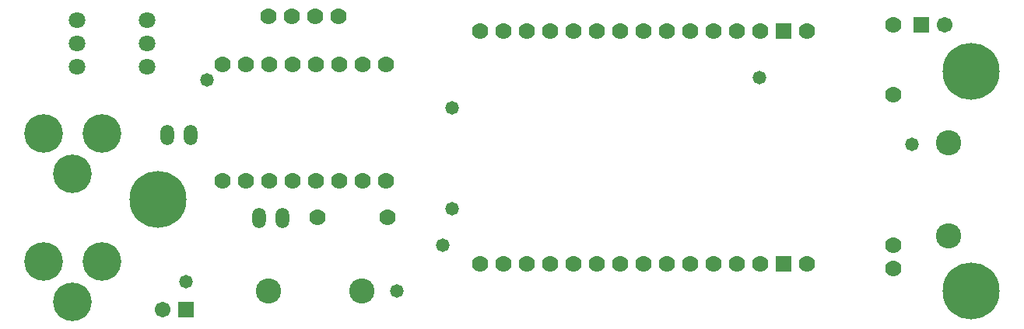
<source format=gbs>
G04 Layer_Color=16711935*
%FSLAX24Y24*%
%MOIN*%
G70*
G01*
G75*
%ADD27C,0.0700*%
%ADD28C,0.0700*%
%ADD29R,0.0700X0.0700*%
%ADD30C,0.0671*%
%ADD31R,0.0671X0.0671*%
%ADD32C,0.1655*%
%ADD33C,0.1080*%
%ADD34O,0.0580X0.0880*%
%ADD35C,0.0710*%
%ADD36C,0.2442*%
%ADD37C,0.0580*%
G54D27*
X39764Y27165D02*
D03*
Y26165D02*
D03*
X39744Y33614D02*
D03*
Y36614D02*
D03*
X15110Y28366D02*
D03*
X18110D02*
D03*
G54D28*
X11024Y34921D02*
D03*
X12024D02*
D03*
X13024D02*
D03*
X14024D02*
D03*
X15024D02*
D03*
X16024D02*
D03*
X17024D02*
D03*
X18024D02*
D03*
Y29921D02*
D03*
X17024D02*
D03*
X16024D02*
D03*
X15024D02*
D03*
X14024D02*
D03*
X13024D02*
D03*
X12024D02*
D03*
X11024D02*
D03*
X22047Y36378D02*
D03*
X23047D02*
D03*
X24047D02*
D03*
X25047D02*
D03*
X26047D02*
D03*
X27047D02*
D03*
X28047D02*
D03*
X29047D02*
D03*
X30047D02*
D03*
X31047D02*
D03*
X32047D02*
D03*
X33047D02*
D03*
X34047D02*
D03*
X36047D02*
D03*
Y26378D02*
D03*
X34047D02*
D03*
X33047D02*
D03*
X32047D02*
D03*
X31047D02*
D03*
X30047D02*
D03*
X29047D02*
D03*
X28047D02*
D03*
X27047D02*
D03*
X26047D02*
D03*
X25047D02*
D03*
X24047D02*
D03*
X23047D02*
D03*
X22047D02*
D03*
X12992Y37008D02*
D03*
X13992D02*
D03*
X14992D02*
D03*
X15992D02*
D03*
G54D29*
X35047Y26378D02*
D03*
Y36378D02*
D03*
G54D30*
X41945Y36614D02*
D03*
X8449Y24409D02*
D03*
G54D31*
X40945Y36614D02*
D03*
X9449Y24409D02*
D03*
G54D32*
X5846Y31976D02*
D03*
X3366D02*
D03*
X4606Y30240D02*
D03*
X5846Y26465D02*
D03*
X3366D02*
D03*
X4606Y24728D02*
D03*
G54D33*
X12992Y25197D02*
D03*
X16992D02*
D03*
X42126Y31559D02*
D03*
Y27559D02*
D03*
G54D34*
X13598Y28346D02*
D03*
X12598D02*
D03*
X9661Y31890D02*
D03*
X8661D02*
D03*
G54D35*
X4799Y34827D02*
D03*
Y35827D02*
D03*
Y36827D02*
D03*
X7799D02*
D03*
Y35827D02*
D03*
Y34827D02*
D03*
G54D36*
X8268Y29134D02*
D03*
X43110Y34646D02*
D03*
Y25197D02*
D03*
G54D37*
X40551Y31496D02*
D03*
X34041Y34371D02*
D03*
X10354Y34252D02*
D03*
X20866Y33071D02*
D03*
Y28740D02*
D03*
X20472Y27165D02*
D03*
X18504Y25197D02*
D03*
X9449Y25591D02*
D03*
M02*

</source>
